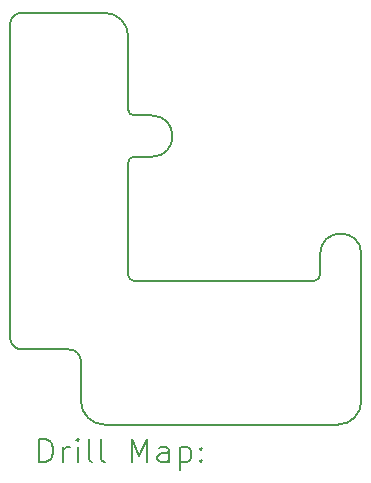
<source format=gbr>
%TF.GenerationSoftware,KiCad,Pcbnew,(6.0.7)*%
%TF.CreationDate,2022-10-21T23:47:18+08:00*%
%TF.ProjectId,pcb_front,7063625f-6672-46f6-9e74-2e6b69636164,rev?*%
%TF.SameCoordinates,Original*%
%TF.FileFunction,Drillmap*%
%TF.FilePolarity,Positive*%
%FSLAX45Y45*%
G04 Gerber Fmt 4.5, Leading zero omitted, Abs format (unit mm)*
G04 Created by KiCad (PCBNEW (6.0.7)) date 2022-10-21 23:47:18*
%MOMM*%
%LPD*%
G01*
G04 APERTURE LIST*
%ADD10C,0.200000*%
G04 APERTURE END LIST*
D10*
X975000Y-643750D02*
X825000Y-643750D01*
X2350000Y-2043750D02*
X825000Y-2043750D01*
X2550000Y-3261406D02*
G75*
G03*
X2750000Y-3061406I0J200000D01*
G01*
X-225000Y-2525000D02*
G75*
G03*
X-125000Y-2625000I99996J-4D01*
G01*
X-225000Y125000D02*
X-225000Y-2525000D01*
X375000Y-2725000D02*
G75*
G03*
X275000Y-2625000I-100004J-4D01*
G01*
X375000Y-2725000D02*
X375000Y-3061406D01*
X2750000Y-1818750D02*
G75*
G03*
X2400000Y-1818750I-175000J0D01*
G01*
X825000Y-993750D02*
X975000Y-993750D01*
X2400000Y-1818750D02*
X2400000Y-1993750D01*
X975000Y-993750D02*
G75*
G03*
X975000Y-643750I0J175000D01*
G01*
X775000Y-1993750D02*
G75*
G03*
X825000Y-2043750I50000J0D01*
G01*
X2750000Y-3061406D02*
X2750000Y-1818750D01*
X775000Y25000D02*
G75*
G03*
X575000Y225000I-200000J0D01*
G01*
X775000Y-593750D02*
G75*
G03*
X825000Y-643750I50000J0D01*
G01*
X825000Y-993750D02*
G75*
G03*
X775000Y-1043750I0J-50000D01*
G01*
X-125000Y-2625000D02*
X275000Y-2625000D01*
X575000Y225000D02*
X-125000Y225000D01*
X2350000Y-2043750D02*
G75*
G03*
X2400000Y-1993750I0J50000D01*
G01*
X575000Y-3261406D02*
X2550000Y-3261406D01*
X-125000Y225000D02*
G75*
G03*
X-225000Y125000I2J-100002D01*
G01*
X775000Y-1993750D02*
X775000Y-1043750D01*
X775000Y-593750D02*
X775000Y25000D01*
X375000Y-3061406D02*
G75*
G03*
X575000Y-3261406I200000J0D01*
G01*
X22619Y-3581882D02*
X22619Y-3381882D01*
X70238Y-3381882D01*
X98809Y-3391406D01*
X117857Y-3410454D01*
X127381Y-3429501D01*
X136905Y-3467597D01*
X136905Y-3496168D01*
X127381Y-3534263D01*
X117857Y-3553311D01*
X98809Y-3572359D01*
X70238Y-3581882D01*
X22619Y-3581882D01*
X222619Y-3581882D02*
X222619Y-3448549D01*
X222619Y-3486644D02*
X232143Y-3467597D01*
X241667Y-3458073D01*
X260714Y-3448549D01*
X279762Y-3448549D01*
X346429Y-3581882D02*
X346429Y-3448549D01*
X346429Y-3381882D02*
X336905Y-3391406D01*
X346429Y-3400930D01*
X355952Y-3391406D01*
X346429Y-3381882D01*
X346429Y-3400930D01*
X470238Y-3581882D02*
X451190Y-3572359D01*
X441667Y-3553311D01*
X441667Y-3381882D01*
X575000Y-3581882D02*
X555952Y-3572359D01*
X546429Y-3553311D01*
X546429Y-3381882D01*
X803571Y-3581882D02*
X803571Y-3381882D01*
X870238Y-3524740D01*
X936905Y-3381882D01*
X936905Y-3581882D01*
X1117857Y-3581882D02*
X1117857Y-3477120D01*
X1108333Y-3458073D01*
X1089286Y-3448549D01*
X1051190Y-3448549D01*
X1032143Y-3458073D01*
X1117857Y-3572359D02*
X1098810Y-3581882D01*
X1051190Y-3581882D01*
X1032143Y-3572359D01*
X1022619Y-3553311D01*
X1022619Y-3534263D01*
X1032143Y-3515216D01*
X1051190Y-3505692D01*
X1098810Y-3505692D01*
X1117857Y-3496168D01*
X1213095Y-3448549D02*
X1213095Y-3648549D01*
X1213095Y-3458073D02*
X1232143Y-3448549D01*
X1270238Y-3448549D01*
X1289286Y-3458073D01*
X1298810Y-3467597D01*
X1308333Y-3486644D01*
X1308333Y-3543787D01*
X1298810Y-3562835D01*
X1289286Y-3572359D01*
X1270238Y-3581882D01*
X1232143Y-3581882D01*
X1213095Y-3572359D01*
X1394048Y-3562835D02*
X1403571Y-3572359D01*
X1394048Y-3581882D01*
X1384524Y-3572359D01*
X1394048Y-3562835D01*
X1394048Y-3581882D01*
X1394048Y-3458073D02*
X1403571Y-3467597D01*
X1394048Y-3477120D01*
X1384524Y-3467597D01*
X1394048Y-3458073D01*
X1394048Y-3477120D01*
M02*

</source>
